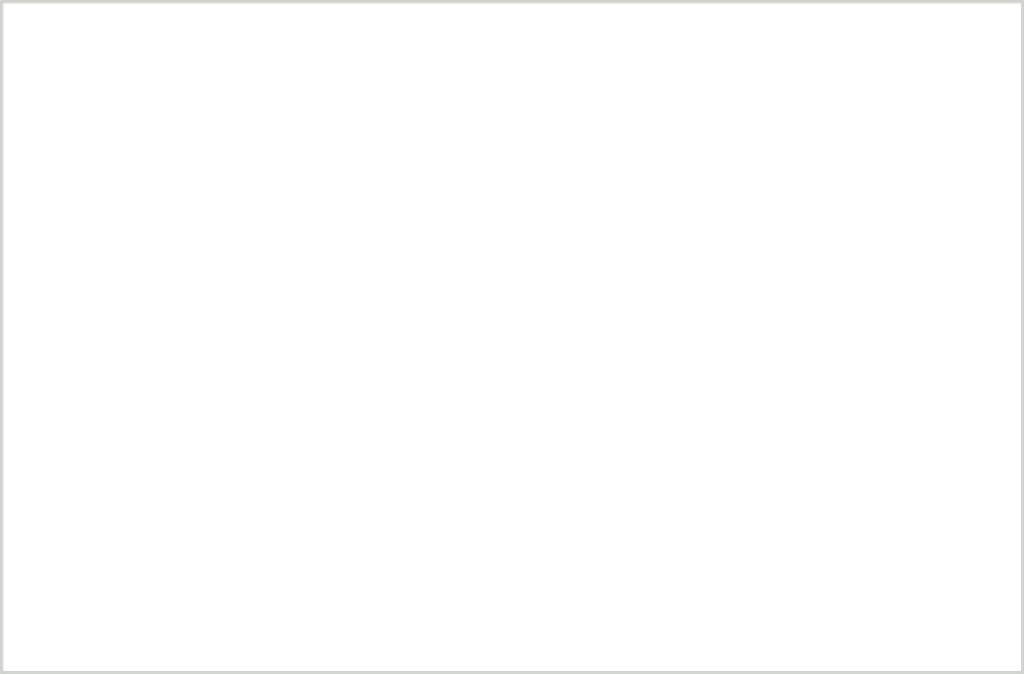
<source format=kicad_pcb>
(kicad_pcb (version 20171130) (host pcbnew 5.0.2-bee76a0~70~ubuntu18.04.1)

  (general
    (thickness 1.6)
    (drawings 6)
    (tracks 0)
    (zones 0)
    (modules 0)
    (nets 1)
  )

  (page A4)
  (layers
    (0 F.Cu signal)
    (31 B.Cu signal)
    (32 B.Adhes user)
    (33 F.Adhes user)
    (34 B.Paste user)
    (35 F.Paste user)
    (36 B.SilkS user)
    (37 F.SilkS user)
    (38 B.Mask user)
    (39 F.Mask user)
    (40 Dwgs.User user)
    (41 Cmts.User user)
    (42 Eco1.User user)
    (43 Eco2.User user)
    (44 Edge.Cuts user)
    (45 Margin user)
    (46 B.CrtYd user)
    (47 F.CrtYd user)
    (48 B.Fab user)
    (49 F.Fab user)
  )

  (setup
    (last_trace_width 0.25)
    (trace_clearance 0.2)
    (zone_clearance 0.508)
    (zone_45_only no)
    (trace_min 0.2)
    (segment_width 0.2)
    (edge_width 0.15)
    (via_size 0.8)
    (via_drill 0.4)
    (via_min_size 0.4)
    (via_min_drill 0.3)
    (uvia_size 0.3)
    (uvia_drill 0.1)
    (uvias_allowed no)
    (uvia_min_size 0.2)
    (uvia_min_drill 0.1)
    (pcb_text_width 0.3)
    (pcb_text_size 1.5 1.5)
    (mod_edge_width 0.15)
    (mod_text_size 1 1)
    (mod_text_width 0.15)
    (pad_size 1.524 1.524)
    (pad_drill 0.762)
    (pad_to_mask_clearance 0.051)
    (solder_mask_min_width 0.25)
    (aux_axis_origin 0 0)
    (visible_elements FFFFFF7F)
    (pcbplotparams
      (layerselection 0x010fc_ffffffff)
      (usegerberextensions false)
      (usegerberattributes false)
      (usegerberadvancedattributes false)
      (creategerberjobfile false)
      (excludeedgelayer true)
      (linewidth 0.100000)
      (plotframeref false)
      (viasonmask false)
      (mode 1)
      (useauxorigin false)
      (hpglpennumber 1)
      (hpglpenspeed 20)
      (hpglpendiameter 15.000000)
      (psnegative false)
      (psa4output false)
      (plotreference true)
      (plotvalue true)
      (plotinvisibletext false)
      (padsonsilk false)
      (subtractmaskfromsilk false)
      (outputformat 1)
      (mirror false)
      (drillshape 1)
      (scaleselection 1)
      (outputdirectory ""))
  )

  (net 0 "")

  (net_class Default "Это класс цепей по умолчанию."
    (clearance 0.2)
    (trace_width 0.25)
    (via_dia 0.8)
    (via_drill 0.4)
    (uvia_dia 0.3)
    (uvia_drill 0.1)
  )

  (gr_line (start 100.8 56.8) (end 82.3 56.8) (layer Edge.Cuts) (width 0.15))
  (gr_line (start 82.3 86.2) (end 82.3 56.8) (layer Edge.Cuts) (width 0.15))
  (gr_line (start 100.8 86.2) (end 82.3 86.2) (layer Edge.Cuts) (width 0.15))
  (gr_line (start 127 86.2) (end 100.8 86.2) (layer Edge.Cuts) (width 0.15))
  (gr_line (start 127 56.8) (end 127 86.2) (layer Edge.Cuts) (width 0.15))
  (gr_line (start 100.8 56.8) (end 127 56.8) (layer Edge.Cuts) (width 0.15))

)

</source>
